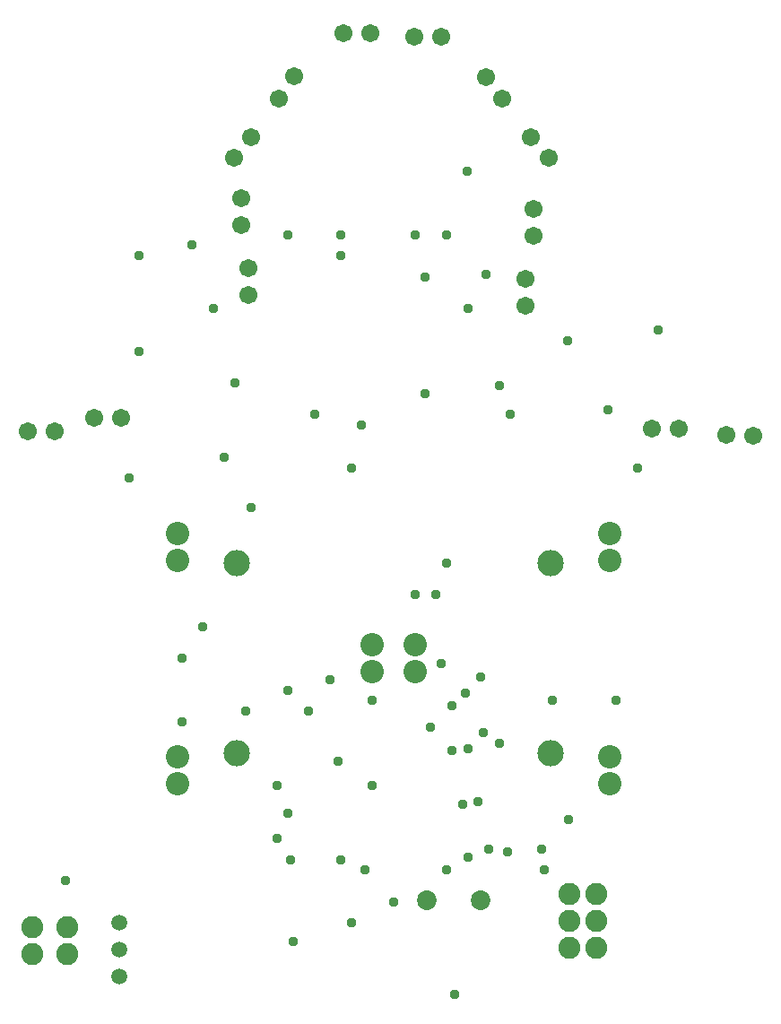
<source format=gbr>
G04 EAGLE Gerber RS-274X export*
G75*
%MOMM*%
%FSLAX34Y34*%
%LPD*%
%INSoldermask Bottom*%
%IPPOS*%
%AMOC8*
5,1,8,0,0,1.08239X$1,22.5*%
G01*
%ADD10C,2.082800*%
%ADD11C,1.703200*%
%ADD12C,1.511200*%
%ADD13C,2.489200*%
%ADD14C,2.203200*%
%ADD15C,1.854200*%
%ADD16C,0.959600*%


D10*
X965700Y377300D03*
X991100Y377300D03*
X965700Y351900D03*
X991100Y351900D03*
X965700Y326500D03*
X991100Y326500D03*
X492200Y320300D03*
X492200Y345700D03*
X458700Y320300D03*
X458700Y345700D03*
D11*
X663100Y942700D03*
X663100Y968100D03*
X454471Y814023D03*
X479869Y814378D03*
X932200Y1024600D03*
X932200Y999200D03*
X656000Y1009200D03*
X656000Y1034600D03*
X691658Y1128618D03*
X706154Y1149475D03*
X887014Y1149115D03*
X902158Y1128723D03*
X819700Y1186900D03*
X845100Y1186900D03*
X1043500Y816900D03*
X1068900Y816900D03*
X517300Y826900D03*
X542700Y826900D03*
D12*
X541400Y324600D03*
X541400Y299200D03*
X541400Y350000D03*
D13*
X948500Y690000D03*
X948500Y510000D03*
X651500Y510000D03*
X651500Y690000D03*
D14*
X596250Y507300D03*
X596250Y481900D03*
X596250Y692700D03*
X596250Y718100D03*
X1003750Y718100D03*
X1003750Y692700D03*
X1003750Y507300D03*
X1003750Y481900D03*
X780000Y612700D03*
X780000Y587300D03*
X820000Y587300D03*
X820000Y612700D03*
D11*
X1114257Y810779D03*
X1139646Y810025D03*
X752548Y1190533D03*
X777947Y1190267D03*
X649393Y1072384D03*
X665378Y1092123D03*
X929639Y1091789D03*
X946168Y1072503D03*
X924944Y958117D03*
X924856Y932718D03*
D15*
X882200Y371900D03*
X831400Y371900D03*
D16*
X942700Y400000D03*
X700000Y453300D03*
X965400Y447300D03*
X940000Y420000D03*
X550000Y770000D03*
X857500Y282500D03*
X705000Y332500D03*
X850000Y690000D03*
X740000Y580000D03*
X760000Y780000D03*
X720000Y550000D03*
X700000Y570000D03*
X760000Y350000D03*
X800000Y370000D03*
X850000Y400000D03*
X845000Y595000D03*
X835000Y535000D03*
X855000Y512500D03*
X870000Y412500D03*
X880000Y465000D03*
X840000Y660000D03*
X867500Y567500D03*
X885000Y530000D03*
X865000Y462470D03*
X870000Y515000D03*
X855000Y555000D03*
X820000Y660000D03*
X690000Y430000D03*
X702700Y410000D03*
X750000Y410000D03*
X772700Y400000D03*
X830000Y960000D03*
X850000Y1000000D03*
X780000Y480000D03*
X750000Y980000D03*
X887300Y962700D03*
X882500Y582500D03*
X900000Y520000D03*
X890000Y420000D03*
X907500Y417500D03*
X950000Y560000D03*
X820000Y1000000D03*
X870000Y930000D03*
X1002500Y835000D03*
X1030000Y780000D03*
X560000Y890000D03*
X700000Y1000000D03*
X620000Y630000D03*
X750000Y1000000D03*
X747500Y502500D03*
X725400Y830000D03*
X1050000Y910000D03*
X900000Y857300D03*
X600000Y600000D03*
X630000Y930000D03*
X660000Y550000D03*
X650000Y860000D03*
X610000Y990000D03*
X690000Y480000D03*
X780000Y560000D03*
X830000Y850000D03*
X869500Y1060000D03*
X600000Y540000D03*
X665400Y742700D03*
X640300Y790000D03*
X490000Y390000D03*
X1010000Y560000D03*
X770000Y820000D03*
X560000Y980000D03*
X964600Y900000D03*
X910000Y830000D03*
M02*

</source>
